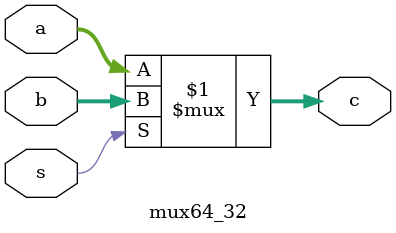
<source format=v>
`timescale 1ns / 1ps
module mux64_32(
	input [31:0] a,
	input [31:0] b,
	input s,
	output [31:0] c
);

	assign c[31:0] = s ? b[31:0] : a[31:0] ;

endmodule

</source>
